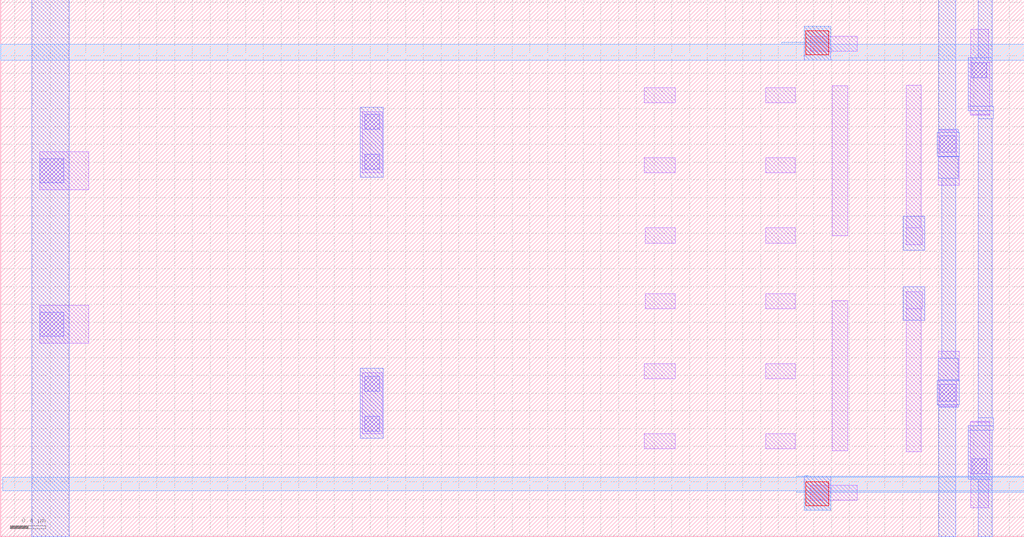
<source format=lef>
VERSION 5.7 ;
  NOWIREEXTENSIONATPIN ON ;
  DIVIDERCHAR "/" ;
  BUSBITCHARS "[]" ;
MACRO FGtrans2x1cell
  CLASS BLOCK ;
  FOREIGN FGtrans2x1cell ;
  ORIGIN 3.960 3.820 ;
  SIZE 11.530 BY 6.050 ;
  OBS
      LAYER li1 ;
        RECT 5.160 1.650 5.690 1.820 ;
        RECT 6.970 1.550 7.170 1.900 ;
        RECT 6.970 1.520 7.180 1.550 ;
        RECT 3.290 1.070 3.640 1.240 ;
        RECT 4.660 1.070 4.990 1.240 ;
        RECT -3.520 0.090 -2.970 0.520 ;
        RECT 0.110 0.280 0.340 0.970 ;
        RECT 3.290 0.280 3.640 0.450 ;
        RECT 4.660 0.280 4.990 0.450 ;
        RECT 3.300 -0.510 3.640 -0.340 ;
        RECT 4.660 -0.510 4.990 -0.340 ;
        RECT 5.410 -0.430 5.580 1.260 ;
        RECT 6.240 -0.340 6.410 1.270 ;
        RECT 6.960 0.940 7.180 1.520 ;
        RECT 6.970 0.930 7.180 0.940 ;
        RECT 6.610 0.760 6.800 0.770 ;
        RECT 6.610 0.470 6.810 0.760 ;
        RECT 6.600 0.140 6.840 0.470 ;
        RECT 6.240 -0.530 6.420 -0.340 ;
        RECT -3.520 -1.640 -2.970 -1.210 ;
        RECT 3.300 -1.250 3.640 -1.080 ;
        RECT 4.660 -1.250 4.990 -1.080 ;
        RECT 0.110 -2.660 0.340 -1.970 ;
        RECT 3.290 -2.040 3.640 -1.870 ;
        RECT 4.660 -2.040 4.990 -1.870 ;
        RECT 3.290 -2.830 3.640 -2.660 ;
        RECT 4.660 -2.830 4.990 -2.660 ;
        RECT 5.410 -2.850 5.580 -1.160 ;
        RECT 6.240 -1.250 6.420 -1.060 ;
        RECT 6.240 -2.860 6.410 -1.250 ;
        RECT 6.600 -2.060 6.840 -1.730 ;
        RECT 6.610 -2.350 6.810 -2.060 ;
        RECT 6.610 -2.360 6.800 -2.350 ;
        RECT 6.970 -2.530 7.180 -2.520 ;
        RECT 6.960 -3.110 7.180 -2.530 ;
        RECT 6.970 -3.140 7.180 -3.110 ;
        RECT 5.160 -3.410 5.690 -3.240 ;
        RECT 6.970 -3.490 7.170 -3.140 ;
      LAYER mcon ;
        RECT 6.980 1.350 7.150 1.520 ;
        RECT 0.140 0.770 0.310 0.940 ;
        RECT -3.520 0.170 -3.250 0.440 ;
        RECT 0.140 0.320 0.310 0.490 ;
        RECT 6.620 0.510 6.800 0.700 ;
        RECT -3.520 -1.560 -3.250 -1.290 ;
        RECT 0.140 -2.180 0.310 -2.010 ;
        RECT 0.140 -2.630 0.310 -2.460 ;
        RECT 6.620 -2.290 6.800 -2.100 ;
        RECT 6.980 -3.110 7.150 -2.940 ;
      LAYER met1 ;
        RECT -3.610 -3.820 -3.190 2.230 ;
        RECT 5.090 1.550 5.390 1.930 ;
        RECT 0.090 0.230 0.350 1.020 ;
        RECT 6.610 0.770 6.800 2.230 ;
        RECT 7.050 1.580 7.210 2.230 ;
        RECT 6.940 1.030 7.210 1.580 ;
        RECT 6.940 0.980 7.220 1.030 ;
        RECT 7.050 0.890 7.220 0.980 ;
        RECT 6.610 0.740 6.830 0.770 ;
        RECT 6.590 0.470 6.840 0.740 ;
        RECT 6.600 0.460 6.840 0.470 ;
        RECT 6.600 0.220 6.830 0.460 ;
        RECT 6.210 -0.590 6.450 -0.210 ;
        RECT 6.210 -1.380 6.450 -1.000 ;
        RECT 6.640 -1.810 6.800 0.220 ;
        RECT 0.090 -2.710 0.350 -1.920 ;
        RECT 6.600 -2.050 6.830 -1.810 ;
        RECT 6.600 -2.060 6.840 -2.050 ;
        RECT 6.590 -2.330 6.840 -2.060 ;
        RECT 6.610 -2.360 6.830 -2.330 ;
        RECT 5.090 -3.520 5.390 -3.140 ;
        RECT 6.610 -3.820 6.800 -2.360 ;
        RECT 7.050 -2.480 7.210 0.890 ;
        RECT 7.050 -2.570 7.220 -2.480 ;
        RECT 6.940 -2.620 7.220 -2.570 ;
        RECT 6.940 -3.170 7.210 -2.620 ;
        RECT 7.050 -3.820 7.210 -3.170 ;
      LAYER via ;
        RECT 5.110 1.610 5.370 1.880 ;
        RECT 5.110 -3.470 5.370 -3.200 ;
      LAYER met2 ;
        RECT 5.090 1.750 5.390 1.930 ;
        RECT 4.840 1.730 5.390 1.750 ;
        RECT -3.960 1.550 7.570 1.730 ;
        RECT 5.100 -3.140 5.140 -3.130 ;
        RECT 5.010 -3.150 7.570 -3.140 ;
        RECT -3.940 -3.300 7.570 -3.150 ;
        RECT 5.010 -3.320 7.570 -3.300 ;
        RECT 5.090 -3.520 5.390 -3.320 ;
  END
END FGtrans2x1cell
END LIBRARY


</source>
